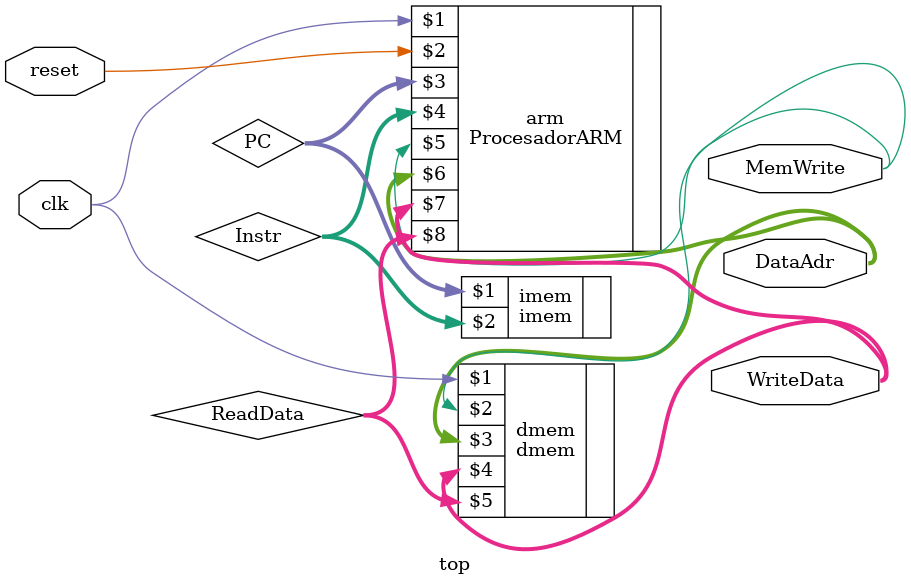
<source format=sv>
module top(input logic clk, reset,
			output logic [31:0] WriteData, DataAdr,
			output logic MemWrite);
			
	logic [31:0] PC, Instr, ReadData;
	
	// instantiate processor and memories
	ProcesadorARM arm(clk, reset, PC, Instr, MemWrite, DataAdr,
				WriteData, ReadData);
	imem imem(PC, Instr);
	dmem dmem(clk, MemWrite, DataAdr, WriteData, ReadData);
endmodule

</source>
